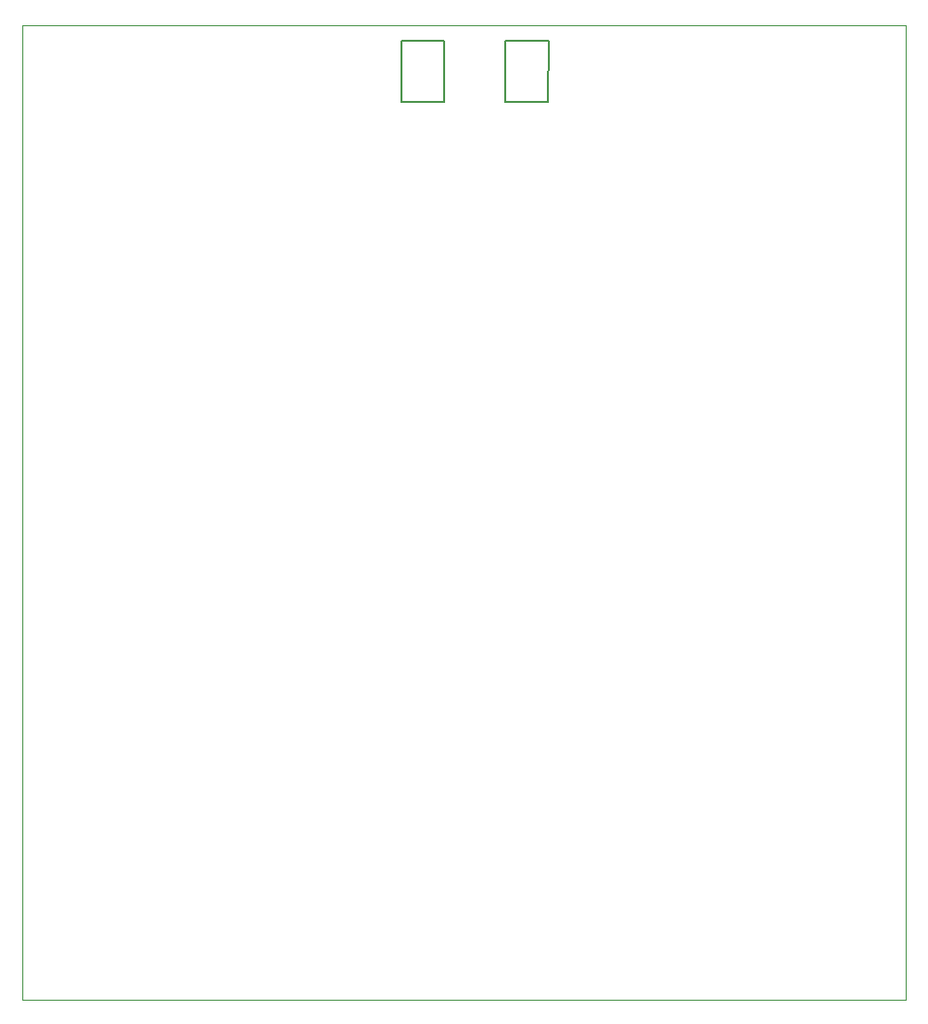
<source format=gbr>
G04 #@! TF.GenerationSoftware,KiCad,Pcbnew,(5.1.6)-1*
G04 #@! TF.CreationDate,2020-11-21T20:25:47+01:00*
G04 #@! TF.ProjectId,Dandanator CPC,44616e64-616e-4617-946f-72204350432e,rev?*
G04 #@! TF.SameCoordinates,Original*
G04 #@! TF.FileFunction,Profile,NP*
%FSLAX46Y46*%
G04 Gerber Fmt 4.6, Leading zero omitted, Abs format (unit mm)*
G04 Created by KiCad (PCBNEW (5.1.6)-1) date 2020-11-21 20:25:47*
%MOMM*%
%LPD*%
G01*
G04 APERTURE LIST*
G04 #@! TA.AperFunction,Profile*
%ADD10C,0.150000*%
G04 #@! TD*
G04 #@! TA.AperFunction,Profile*
%ADD11C,0.050000*%
G04 #@! TD*
G04 APERTURE END LIST*
D10*
X60551060Y-24211280D02*
X60548520Y-29542740D01*
X64289940Y-24213820D02*
X64280160Y-29542740D01*
X60551060Y-24211280D02*
X64289940Y-24213820D01*
X60548520Y-29542740D02*
X64280160Y-29542740D01*
X73380600Y-24198580D02*
X73370820Y-29527500D01*
X69639180Y-29527500D02*
X73370820Y-29527500D01*
X69641720Y-24196040D02*
X73380600Y-24198580D01*
X69641720Y-24196040D02*
X69639180Y-29527500D01*
D11*
X27452320Y-107815380D02*
X104566720Y-107815380D01*
X27452320Y-107815380D02*
X27452320Y-22819360D01*
X104559100Y-22819360D02*
X27452320Y-22819360D01*
X104566720Y-107815380D02*
X104559100Y-22819360D01*
M02*

</source>
